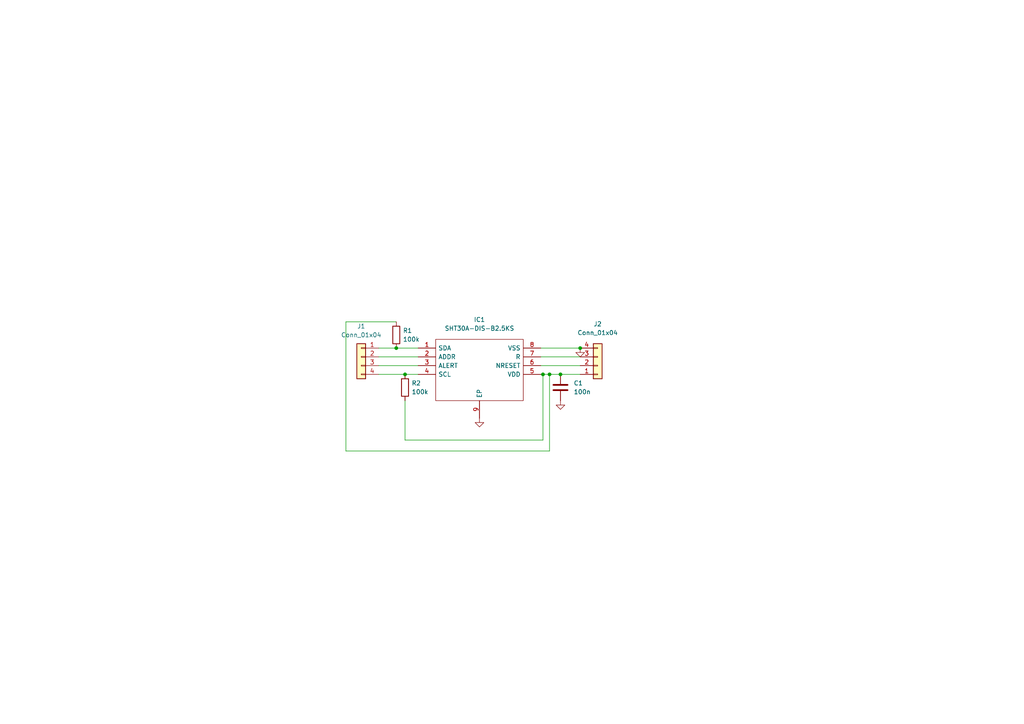
<source format=kicad_sch>
(kicad_sch (version 20211123) (generator eeschema)

  (uuid e59c6a83-46fa-4b5a-a5cf-42ec0be8e7aa)

  (paper "A4")

  (lib_symbols
    (symbol "Connector_Generic:Conn_01x04" (pin_names (offset 1.016) hide) (in_bom yes) (on_board yes)
      (property "Reference" "J" (id 0) (at 0 5.08 0)
        (effects (font (size 1.27 1.27)))
      )
      (property "Value" "Conn_01x04" (id 1) (at 0 -7.62 0)
        (effects (font (size 1.27 1.27)))
      )
      (property "Footprint" "" (id 2) (at 0 0 0)
        (effects (font (size 1.27 1.27)) hide)
      )
      (property "Datasheet" "~" (id 3) (at 0 0 0)
        (effects (font (size 1.27 1.27)) hide)
      )
      (property "ki_keywords" "connector" (id 4) (at 0 0 0)
        (effects (font (size 1.27 1.27)) hide)
      )
      (property "ki_description" "Generic connector, single row, 01x04, script generated (kicad-library-utils/schlib/autogen/connector/)" (id 5) (at 0 0 0)
        (effects (font (size 1.27 1.27)) hide)
      )
      (property "ki_fp_filters" "Connector*:*_1x??_*" (id 6) (at 0 0 0)
        (effects (font (size 1.27 1.27)) hide)
      )
      (symbol "Conn_01x04_1_1"
        (rectangle (start -1.27 -4.953) (end 0 -5.207)
          (stroke (width 0.1524) (type default) (color 0 0 0 0))
          (fill (type none))
        )
        (rectangle (start -1.27 -2.413) (end 0 -2.667)
          (stroke (width 0.1524) (type default) (color 0 0 0 0))
          (fill (type none))
        )
        (rectangle (start -1.27 0.127) (end 0 -0.127)
          (stroke (width 0.1524) (type default) (color 0 0 0 0))
          (fill (type none))
        )
        (rectangle (start -1.27 2.667) (end 0 2.413)
          (stroke (width 0.1524) (type default) (color 0 0 0 0))
          (fill (type none))
        )
        (rectangle (start -1.27 3.81) (end 1.27 -6.35)
          (stroke (width 0.254) (type default) (color 0 0 0 0))
          (fill (type background))
        )
        (pin passive line (at -5.08 2.54 0) (length 3.81)
          (name "Pin_1" (effects (font (size 1.27 1.27))))
          (number "1" (effects (font (size 1.27 1.27))))
        )
        (pin passive line (at -5.08 0 0) (length 3.81)
          (name "Pin_2" (effects (font (size 1.27 1.27))))
          (number "2" (effects (font (size 1.27 1.27))))
        )
        (pin passive line (at -5.08 -2.54 0) (length 3.81)
          (name "Pin_3" (effects (font (size 1.27 1.27))))
          (number "3" (effects (font (size 1.27 1.27))))
        )
        (pin passive line (at -5.08 -5.08 0) (length 3.81)
          (name "Pin_4" (effects (font (size 1.27 1.27))))
          (number "4" (effects (font (size 1.27 1.27))))
        )
      )
    )
    (symbol "Device:C" (pin_numbers hide) (pin_names (offset 0.254)) (in_bom yes) (on_board yes)
      (property "Reference" "C" (id 0) (at 0.635 2.54 0)
        (effects (font (size 1.27 1.27)) (justify left))
      )
      (property "Value" "C" (id 1) (at 0.635 -2.54 0)
        (effects (font (size 1.27 1.27)) (justify left))
      )
      (property "Footprint" "" (id 2) (at 0.9652 -3.81 0)
        (effects (font (size 1.27 1.27)) hide)
      )
      (property "Datasheet" "~" (id 3) (at 0 0 0)
        (effects (font (size 1.27 1.27)) hide)
      )
      (property "ki_keywords" "cap capacitor" (id 4) (at 0 0 0)
        (effects (font (size 1.27 1.27)) hide)
      )
      (property "ki_description" "Unpolarized capacitor" (id 5) (at 0 0 0)
        (effects (font (size 1.27 1.27)) hide)
      )
      (property "ki_fp_filters" "C_*" (id 6) (at 0 0 0)
        (effects (font (size 1.27 1.27)) hide)
      )
      (symbol "C_0_1"
        (polyline
          (pts
            (xy -2.032 -0.762)
            (xy 2.032 -0.762)
          )
          (stroke (width 0.508) (type default) (color 0 0 0 0))
          (fill (type none))
        )
        (polyline
          (pts
            (xy -2.032 0.762)
            (xy 2.032 0.762)
          )
          (stroke (width 0.508) (type default) (color 0 0 0 0))
          (fill (type none))
        )
      )
      (symbol "C_1_1"
        (pin passive line (at 0 3.81 270) (length 2.794)
          (name "~" (effects (font (size 1.27 1.27))))
          (number "1" (effects (font (size 1.27 1.27))))
        )
        (pin passive line (at 0 -3.81 90) (length 2.794)
          (name "~" (effects (font (size 1.27 1.27))))
          (number "2" (effects (font (size 1.27 1.27))))
        )
      )
    )
    (symbol "Device:R" (pin_numbers hide) (pin_names (offset 0)) (in_bom yes) (on_board yes)
      (property "Reference" "R" (id 0) (at 2.032 0 90)
        (effects (font (size 1.27 1.27)))
      )
      (property "Value" "R" (id 1) (at 0 0 90)
        (effects (font (size 1.27 1.27)))
      )
      (property "Footprint" "" (id 2) (at -1.778 0 90)
        (effects (font (size 1.27 1.27)) hide)
      )
      (property "Datasheet" "~" (id 3) (at 0 0 0)
        (effects (font (size 1.27 1.27)) hide)
      )
      (property "ki_keywords" "R res resistor" (id 4) (at 0 0 0)
        (effects (font (size 1.27 1.27)) hide)
      )
      (property "ki_description" "Resistor" (id 5) (at 0 0 0)
        (effects (font (size 1.27 1.27)) hide)
      )
      (property "ki_fp_filters" "R_*" (id 6) (at 0 0 0)
        (effects (font (size 1.27 1.27)) hide)
      )
      (symbol "R_0_1"
        (rectangle (start -1.016 -2.54) (end 1.016 2.54)
          (stroke (width 0.254) (type default) (color 0 0 0 0))
          (fill (type none))
        )
      )
      (symbol "R_1_1"
        (pin passive line (at 0 3.81 270) (length 1.27)
          (name "~" (effects (font (size 1.27 1.27))))
          (number "1" (effects (font (size 1.27 1.27))))
        )
        (pin passive line (at 0 -3.81 90) (length 1.27)
          (name "~" (effects (font (size 1.27 1.27))))
          (number "2" (effects (font (size 1.27 1.27))))
        )
      )
    )
    (symbol "SHT30A-DIS-B2.5KS:SHT30A-DIS-B2.5KS" (pin_names (offset 0.762)) (in_bom yes) (on_board yes)
      (property "Reference" "IC" (id 0) (at 31.75 7.62 0)
        (effects (font (size 1.27 1.27)) (justify left))
      )
      (property "Value" "SHT30A-DIS-B2.5KS" (id 1) (at 31.75 5.08 0)
        (effects (font (size 1.27 1.27)) (justify left))
      )
      (property "Footprint" "SON50P250X250X100-9N-D" (id 2) (at 31.75 2.54 0)
        (effects (font (size 1.27 1.27)) (justify left) hide)
      )
      (property "Datasheet" "https://sensirion.com/media/documents/68C84E66/61641CAE/Sensirion_Humidity_Sensors_SHT3xA_Datasheet.pdf" (id 3) (at 31.75 0 0)
        (effects (font (size 1.27 1.27)) (justify left) hide)
      )
      (property "Description" "Humidity/Temperature Sensor Digital Serial (I2C) Automotive 8-Pin DFN EP T/R" (id 4) (at 31.75 -2.54 0)
        (effects (font (size 1.27 1.27)) (justify left) hide)
      )
      (property "Height" "1" (id 5) (at 31.75 -5.08 0)
        (effects (font (size 1.27 1.27)) (justify left) hide)
      )
      (property "Manufacturer_Name" "Sensirion" (id 6) (at 31.75 -7.62 0)
        (effects (font (size 1.27 1.27)) (justify left) hide)
      )
      (property "Manufacturer_Part_Number" "SHT30A-DIS-B2.5KS" (id 7) (at 31.75 -10.16 0)
        (effects (font (size 1.27 1.27)) (justify left) hide)
      )
      (property "Mouser Part Number" "403-SHT30ADIS-B2.5KS" (id 8) (at 31.75 -12.7 0)
        (effects (font (size 1.27 1.27)) (justify left) hide)
      )
      (property "Mouser Price/Stock" "https://www.mouser.co.uk/ProductDetail/Sensirion/SHT30A-DIS-B2.5KS?qs=vHuUswq2%252BswKlkedscwYEA%3D%3D" (id 9) (at 31.75 -15.24 0)
        (effects (font (size 1.27 1.27)) (justify left) hide)
      )
      (property "Arrow Part Number" "" (id 10) (at 31.75 -17.78 0)
        (effects (font (size 1.27 1.27)) (justify left) hide)
      )
      (property "Arrow Price/Stock" "" (id 11) (at 31.75 -20.32 0)
        (effects (font (size 1.27 1.27)) (justify left) hide)
      )
      (property "Mouser Testing Part Number" "" (id 12) (at 31.75 -22.86 0)
        (effects (font (size 1.27 1.27)) (justify left) hide)
      )
      (property "Mouser Testing Price/Stock" "" (id 13) (at 31.75 -25.4 0)
        (effects (font (size 1.27 1.27)) (justify left) hide)
      )
      (property "ki_description" "Humidity/Temperature Sensor Digital Serial (I2C) Automotive 8-Pin DFN EP T/R" (id 14) (at 0 0 0)
        (effects (font (size 1.27 1.27)) hide)
      )
      (symbol "SHT30A-DIS-B2.5KS_0_0"
        (pin passive line (at 0 0 0) (length 5.08)
          (name "SDA" (effects (font (size 1.27 1.27))))
          (number "1" (effects (font (size 1.27 1.27))))
        )
        (pin passive line (at 0 -2.54 0) (length 5.08)
          (name "ADDR" (effects (font (size 1.27 1.27))))
          (number "2" (effects (font (size 1.27 1.27))))
        )
        (pin passive line (at 0 -5.08 0) (length 5.08)
          (name "ALERT" (effects (font (size 1.27 1.27))))
          (number "3" (effects (font (size 1.27 1.27))))
        )
        (pin passive line (at 0 -7.62 0) (length 5.08)
          (name "SCL" (effects (font (size 1.27 1.27))))
          (number "4" (effects (font (size 1.27 1.27))))
        )
        (pin passive line (at 35.56 -7.62 180) (length 5.08)
          (name "VDD" (effects (font (size 1.27 1.27))))
          (number "5" (effects (font (size 1.27 1.27))))
        )
        (pin passive line (at 35.56 -5.08 180) (length 5.08)
          (name "NRESET" (effects (font (size 1.27 1.27))))
          (number "6" (effects (font (size 1.27 1.27))))
        )
        (pin passive line (at 35.56 -2.54 180) (length 5.08)
          (name "R" (effects (font (size 1.27 1.27))))
          (number "7" (effects (font (size 1.27 1.27))))
        )
        (pin passive line (at 35.56 0 180) (length 5.08)
          (name "VSS" (effects (font (size 1.27 1.27))))
          (number "8" (effects (font (size 1.27 1.27))))
        )
        (pin passive line (at 17.78 -20.32 90) (length 5.08)
          (name "EP" (effects (font (size 1.27 1.27))))
          (number "9" (effects (font (size 1.27 1.27))))
        )
      )
      (symbol "SHT30A-DIS-B2.5KS_0_1"
        (polyline
          (pts
            (xy 5.08 2.54)
            (xy 30.48 2.54)
            (xy 30.48 -15.24)
            (xy 5.08 -15.24)
            (xy 5.08 2.54)
          )
          (stroke (width 0.1524) (type default) (color 0 0 0 0))
          (fill (type none))
        )
      )
    )
    (symbol "power:GND" (power) (pin_names (offset 0)) (in_bom yes) (on_board yes)
      (property "Reference" "#PWR" (id 0) (at 0 -6.35 0)
        (effects (font (size 1.27 1.27)) hide)
      )
      (property "Value" "GND" (id 1) (at 0 -3.81 0)
        (effects (font (size 1.27 1.27)))
      )
      (property "Footprint" "" (id 2) (at 0 0 0)
        (effects (font (size 1.27 1.27)) hide)
      )
      (property "Datasheet" "" (id 3) (at 0 0 0)
        (effects (font (size 1.27 1.27)) hide)
      )
      (property "ki_keywords" "power-flag" (id 4) (at 0 0 0)
        (effects (font (size 1.27 1.27)) hide)
      )
      (property "ki_description" "Power symbol creates a global label with name \"GND\" , ground" (id 5) (at 0 0 0)
        (effects (font (size 1.27 1.27)) hide)
      )
      (symbol "GND_0_1"
        (polyline
          (pts
            (xy 0 0)
            (xy 0 -1.27)
            (xy 1.27 -1.27)
            (xy 0 -2.54)
            (xy -1.27 -1.27)
            (xy 0 -1.27)
          )
          (stroke (width 0) (type default) (color 0 0 0 0))
          (fill (type none))
        )
      )
      (symbol "GND_1_1"
        (pin power_in line (at 0 0 270) (length 0) hide
          (name "GND" (effects (font (size 1.27 1.27))))
          (number "1" (effects (font (size 1.27 1.27))))
        )
      )
    )
  )


  (junction (at 117.475 108.585) (diameter 0) (color 0 0 0 0)
    (uuid 14ad47eb-bcf7-4da0-83fd-4b061df7b332)
  )
  (junction (at 114.935 100.965) (diameter 0) (color 0 0 0 0)
    (uuid 155ba716-8441-4c67-aa3a-62ffdae7a8de)
  )
  (junction (at 162.56 108.585) (diameter 0) (color 0 0 0 0)
    (uuid 38db88c8-18a0-4a92-9224-4e2d2fb67b5c)
  )
  (junction (at 168.275 100.965) (diameter 0) (color 0 0 0 0)
    (uuid 3d5a5d24-5c12-41a0-8aa0-d4c806a98ce1)
  )
  (junction (at 157.48 108.585) (diameter 0) (color 0 0 0 0)
    (uuid e830e34d-5510-4622-8c72-ff692d9ad615)
  )
  (junction (at 159.385 108.585) (diameter 0) (color 0 0 0 0)
    (uuid ee544543-f014-46ae-ad78-11b6e77d0f0b)
  )

  (wire (pts (xy 156.845 108.585) (xy 157.48 108.585))
    (stroke (width 0) (type default) (color 0 0 0 0))
    (uuid 12da0497-f0ef-4fb6-ba52-b9975362a2be)
  )
  (wire (pts (xy 100.33 93.345) (xy 100.33 130.81))
    (stroke (width 0) (type default) (color 0 0 0 0))
    (uuid 14be08e9-ac91-490d-9c09-29ed8a37e927)
  )
  (wire (pts (xy 162.56 108.585) (xy 168.275 108.585))
    (stroke (width 0) (type default) (color 0 0 0 0))
    (uuid 1847d97f-11ea-44e9-a49f-bcc8ccc350e8)
  )
  (wire (pts (xy 114.935 93.345) (xy 100.33 93.345))
    (stroke (width 0) (type default) (color 0 0 0 0))
    (uuid 435c911f-5e37-4649-b408-9b53293a7541)
  )
  (wire (pts (xy 157.48 108.585) (xy 157.48 127.635))
    (stroke (width 0) (type default) (color 0 0 0 0))
    (uuid 54caedb5-7d8b-424b-8cdd-9220f3235b10)
  )
  (wire (pts (xy 156.845 103.505) (xy 168.275 103.505))
    (stroke (width 0) (type default) (color 0 0 0 0))
    (uuid 61d25866-725f-483b-b3ae-927496e3ee16)
  )
  (wire (pts (xy 109.855 106.045) (xy 121.285 106.045))
    (stroke (width 0) (type default) (color 0 0 0 0))
    (uuid 67ddc6b1-1d23-4ba0-92ed-3aedb6911a06)
  )
  (wire (pts (xy 159.385 108.585) (xy 162.56 108.585))
    (stroke (width 0) (type default) (color 0 0 0 0))
    (uuid 7503cbea-41a5-42a3-be5c-edcf81db3dc6)
  )
  (wire (pts (xy 159.385 108.585) (xy 159.385 130.81))
    (stroke (width 0) (type default) (color 0 0 0 0))
    (uuid 883eeac7-ce42-46b1-9a37-a83042fbf638)
  )
  (wire (pts (xy 117.475 108.585) (xy 121.285 108.585))
    (stroke (width 0) (type default) (color 0 0 0 0))
    (uuid 8dc0bed9-f8ed-4c6b-985d-207d1f40ea69)
  )
  (wire (pts (xy 157.48 108.585) (xy 159.385 108.585))
    (stroke (width 0) (type default) (color 0 0 0 0))
    (uuid 98187c85-a86e-4af9-a68a-6ffc859d3c1a)
  )
  (wire (pts (xy 114.935 100.965) (xy 121.285 100.965))
    (stroke (width 0) (type default) (color 0 0 0 0))
    (uuid 9acb31cc-7ec3-4fdf-aa65-95a34a3dca87)
  )
  (wire (pts (xy 109.855 108.585) (xy 117.475 108.585))
    (stroke (width 0) (type default) (color 0 0 0 0))
    (uuid a9c06838-2b8c-4e98-be61-16ee0f87578f)
  )
  (wire (pts (xy 156.845 100.965) (xy 168.275 100.965))
    (stroke (width 0) (type default) (color 0 0 0 0))
    (uuid bb476037-ebb1-4f38-95ec-2fb0d70b65ec)
  )
  (wire (pts (xy 117.475 127.635) (xy 157.48 127.635))
    (stroke (width 0) (type default) (color 0 0 0 0))
    (uuid be27d658-336a-49e9-a1cf-a6ddfbd2cf61)
  )
  (wire (pts (xy 156.845 106.045) (xy 168.275 106.045))
    (stroke (width 0) (type default) (color 0 0 0 0))
    (uuid cdd65413-0743-4fc6-bb62-b9b52c19f1c8)
  )
  (wire (pts (xy 100.33 130.81) (xy 159.385 130.81))
    (stroke (width 0) (type default) (color 0 0 0 0))
    (uuid d7c5d7cf-d781-4655-9005-9a6814c6108e)
  )
  (wire (pts (xy 109.855 103.505) (xy 121.285 103.505))
    (stroke (width 0) (type default) (color 0 0 0 0))
    (uuid d8783ed9-444c-480e-9159-f898e3b636de)
  )
  (wire (pts (xy 117.475 116.205) (xy 117.475 127.635))
    (stroke (width 0) (type default) (color 0 0 0 0))
    (uuid dcf288df-be7e-4f7e-89c5-f51cbef24bc9)
  )
  (wire (pts (xy 109.855 100.965) (xy 114.935 100.965))
    (stroke (width 0) (type default) (color 0 0 0 0))
    (uuid efbd1fac-d30e-485e-9630-9a22e6376b30)
  )

  (symbol (lib_id "Connector_Generic:Conn_01x04") (at 173.355 106.045 0) (mirror x) (unit 1)
    (in_bom yes) (on_board yes) (fields_autoplaced)
    (uuid 50738008-0886-4d6e-90f8-ec0769c176dc)
    (property "Reference" "J2" (id 0) (at 173.355 93.98 0))
    (property "Value" "Conn_01x04" (id 1) (at 173.355 96.52 0))
    (property "Footprint" "Connector_PinHeader_2.54mm:PinHeader_1x04_P2.54mm_Vertical" (id 2) (at 173.355 106.045 0)
      (effects (font (size 1.27 1.27)) hide)
    )
    (property "Datasheet" "~" (id 3) (at 173.355 106.045 0)
      (effects (font (size 1.27 1.27)) hide)
    )
    (pin "1" (uuid 84786bb6-b0f1-47fb-a329-259e67079f2f))
    (pin "2" (uuid 0914c1b2-97f3-4243-a837-976c76e7da63))
    (pin "3" (uuid 93e6ec85-30e1-4520-a377-61681281e517))
    (pin "4" (uuid b53495d6-8dbd-402f-8e14-bedbc7661d02))
  )

  (symbol (lib_id "power:GND") (at 139.065 121.285 0) (unit 1)
    (in_bom yes) (on_board yes) (fields_autoplaced)
    (uuid 80c5b3ac-3e79-4f21-b0a8-0851e14ce907)
    (property "Reference" "#PWR0101" (id 0) (at 139.065 127.635 0)
      (effects (font (size 1.27 1.27)) hide)
    )
    (property "Value" "GND" (id 1) (at 139.065 125.73 0)
      (effects (font (size 1.27 1.27)) hide)
    )
    (property "Footprint" "" (id 2) (at 139.065 121.285 0)
      (effects (font (size 1.27 1.27)) hide)
    )
    (property "Datasheet" "" (id 3) (at 139.065 121.285 0)
      (effects (font (size 1.27 1.27)) hide)
    )
    (pin "1" (uuid e378115f-5d06-4521-b39d-c3c0bce6f285))
  )

  (symbol (lib_id "power:GND") (at 168.275 100.965 0) (unit 1)
    (in_bom yes) (on_board yes) (fields_autoplaced)
    (uuid 868a043a-b6a9-446c-aded-dea4e0c469a8)
    (property "Reference" "#PWR010" (id 0) (at 168.275 107.315 0)
      (effects (font (size 1.27 1.27)) hide)
    )
    (property "Value" "GND" (id 1) (at 168.275 105.41 0)
      (effects (font (size 1.27 1.27)) hide)
    )
    (property "Footprint" "" (id 2) (at 168.275 100.965 0)
      (effects (font (size 1.27 1.27)) hide)
    )
    (property "Datasheet" "" (id 3) (at 168.275 100.965 0)
      (effects (font (size 1.27 1.27)) hide)
    )
    (pin "1" (uuid 3b8b01e7-0f03-4527-a298-e0985766d6f4))
  )

  (symbol (lib_id "power:GND") (at 162.56 116.205 0) (unit 1)
    (in_bom yes) (on_board yes) (fields_autoplaced)
    (uuid 9b9ac369-c129-4f42-a569-c1010651b5e4)
    (property "Reference" "#PWR09" (id 0) (at 162.56 122.555 0)
      (effects (font (size 1.27 1.27)) hide)
    )
    (property "Value" "GND" (id 1) (at 162.56 120.65 0)
      (effects (font (size 1.27 1.27)) hide)
    )
    (property "Footprint" "" (id 2) (at 162.56 116.205 0)
      (effects (font (size 1.27 1.27)) hide)
    )
    (property "Datasheet" "" (id 3) (at 162.56 116.205 0)
      (effects (font (size 1.27 1.27)) hide)
    )
    (pin "1" (uuid 32b6d068-bbc7-4814-9337-f7eb56afc2dc))
  )

  (symbol (lib_id "Device:R") (at 117.475 112.395 0) (unit 1)
    (in_bom yes) (on_board yes) (fields_autoplaced)
    (uuid a4ebd72c-589a-4660-b238-a5b451c00eb1)
    (property "Reference" "R2" (id 0) (at 119.38 111.1249 0)
      (effects (font (size 1.27 1.27)) (justify left))
    )
    (property "Value" "100k" (id 1) (at 119.38 113.6649 0)
      (effects (font (size 1.27 1.27)) (justify left))
    )
    (property "Footprint" "Resistor_SMD:R_1206_3216Metric_Pad1.30x1.75mm_HandSolder" (id 2) (at 115.697 112.395 90)
      (effects (font (size 1.27 1.27)) hide)
    )
    (property "Datasheet" "~" (id 3) (at 117.475 112.395 0)
      (effects (font (size 1.27 1.27)) hide)
    )
    (pin "1" (uuid 8a3b50a9-2c7f-4622-b44c-d95fefcfb279))
    (pin "2" (uuid a5bb045b-e5bf-4962-a0f7-f1fecec5d407))
  )

  (symbol (lib_id "Device:R") (at 114.935 97.155 0) (unit 1)
    (in_bom yes) (on_board yes) (fields_autoplaced)
    (uuid ade3943f-b029-438b-93da-f2dd62cff2a6)
    (property "Reference" "R1" (id 0) (at 116.84 95.8849 0)
      (effects (font (size 1.27 1.27)) (justify left))
    )
    (property "Value" "100k" (id 1) (at 116.84 98.4249 0)
      (effects (font (size 1.27 1.27)) (justify left))
    )
    (property "Footprint" "Resistor_SMD:R_1206_3216Metric_Pad1.30x1.75mm_HandSolder" (id 2) (at 113.157 97.155 90)
      (effects (font (size 1.27 1.27)) hide)
    )
    (property "Datasheet" "~" (id 3) (at 114.935 97.155 0)
      (effects (font (size 1.27 1.27)) hide)
    )
    (pin "1" (uuid ed1aedf5-e12a-4eef-8918-28c209d455c3))
    (pin "2" (uuid 3429112e-ad9b-41a9-8953-46b41151e05c))
  )

  (symbol (lib_id "Device:C") (at 162.56 112.395 0) (unit 1)
    (in_bom yes) (on_board yes) (fields_autoplaced)
    (uuid b3cf18d0-d14f-4759-834b-dba6af249217)
    (property "Reference" "C1" (id 0) (at 166.37 111.1249 0)
      (effects (font (size 1.27 1.27)) (justify left))
    )
    (property "Value" "100n" (id 1) (at 166.37 113.6649 0)
      (effects (font (size 1.27 1.27)) (justify left))
    )
    (property "Footprint" "Capacitor_SMD:C_0805_2012Metric_Pad1.18x1.45mm_HandSolder" (id 2) (at 163.5252 116.205 0)
      (effects (font (size 1.27 1.27)) hide)
    )
    (property "Datasheet" "~" (id 3) (at 162.56 112.395 0)
      (effects (font (size 1.27 1.27)) hide)
    )
    (pin "1" (uuid 79b6420d-8d00-43d1-b4a4-bf1c52cf067f))
    (pin "2" (uuid ac1b9b59-f296-4c1a-b32c-0a9e89cb45af))
  )

  (symbol (lib_id "SHT30A-DIS-B2.5KS:SHT30A-DIS-B2.5KS") (at 121.285 100.965 0) (unit 1)
    (in_bom yes) (on_board yes) (fields_autoplaced)
    (uuid c221d2db-5401-483d-9041-830b973644e3)
    (property "Reference" "IC1" (id 0) (at 139.065 92.71 0))
    (property "Value" "SHT30A-DIS-B2.5KS" (id 1) (at 139.065 95.25 0))
    (property "Footprint" "SHT30A-DIS-B2:SON50P250X250X100-9N-D" (id 2) (at 153.035 98.425 0)
      (effects (font (size 1.27 1.27)) (justify left) hide)
    )
    (property "Datasheet" "https://sensirion.com/media/documents/68C84E66/61641CAE/Sensirion_Humidity_Sensors_SHT3xA_Datasheet.pdf" (id 3) (at 153.035 100.965 0)
      (effects (font (size 1.27 1.27)) (justify left) hide)
    )
    (property "Description" "Humidity/Temperature Sensor Digital Serial (I2C) Automotive 8-Pin DFN EP T/R" (id 4) (at 153.035 103.505 0)
      (effects (font (size 1.27 1.27)) (justify left) hide)
    )
    (property "Height" "1" (id 5) (at 153.035 106.045 0)
      (effects (font (size 1.27 1.27)) (justify left) hide)
    )
    (property "Manufacturer_Name" "Sensirion" (id 6) (at 153.035 108.585 0)
      (effects (font (size 1.27 1.27)) (justify left) hide)
    )
    (property "Manufacturer_Part_Number" "SHT30A-DIS-B2.5KS" (id 7) (at 153.035 111.125 0)
      (effects (font (size 1.27 1.27)) (justify left) hide)
    )
    (property "Mouser Part Number" "403-SHT30ADIS-B2.5KS" (id 8) (at 153.035 113.665 0)
      (effects (font (size 1.27 1.27)) (justify left) hide)
    )
    (property "Mouser Price/Stock" "https://www.mouser.co.uk/ProductDetail/Sensirion/SHT30A-DIS-B2.5KS?qs=vHuUswq2%252BswKlkedscwYEA%3D%3D" (id 9) (at 153.035 116.205 0)
      (effects (font (size 1.27 1.27)) (justify left) hide)
    )
    (property "Arrow Part Number" "" (id 10) (at 153.035 118.745 0)
      (effects (font (size 1.27 1.27)) (justify left) hide)
    )
    (property "Arrow Price/Stock" "" (id 11) (at 153.035 121.285 0)
      (effects (font (size 1.27 1.27)) (justify left) hide)
    )
    (property "Mouser Testing Part Number" "" (id 12) (at 153.035 123.825 0)
      (effects (font (size 1.27 1.27)) (justify left) hide)
    )
    (property "Mouser Testing Price/Stock" "" (id 13) (at 153.035 126.365 0)
      (effects (font (size 1.27 1.27)) (justify left) hide)
    )
    (pin "1" (uuid 4b8c8dd3-65cb-46b1-80b7-e81dbe4398dd))
    (pin "2" (uuid 5df78f17-7c4c-4a47-b18c-a55097214a80))
    (pin "3" (uuid 5c5206f1-e030-45d1-9bdc-4c5249fd7fe1))
    (pin "4" (uuid 500d21c9-40f7-4bda-8425-29032eaa8ea9))
    (pin "5" (uuid de240d99-486d-45cf-8bce-24b30a5e5de7))
    (pin "6" (uuid 5de4175a-368e-45ce-b487-be5bde45a138))
    (pin "7" (uuid 3ff71b56-7ab6-4cd1-ba36-d54243b9410b))
    (pin "8" (uuid 3a5a4ea6-9b83-4b57-bd6b-017a5d2f9b47))
    (pin "9" (uuid a387b47f-16c8-46e5-83d3-8f57f9f5f931))
  )

  (symbol (lib_id "Connector_Generic:Conn_01x04") (at 104.775 103.505 0) (mirror y) (unit 1)
    (in_bom yes) (on_board yes) (fields_autoplaced)
    (uuid ea78c905-91f9-4381-ad60-80fee90bd78f)
    (property "Reference" "J1" (id 0) (at 104.775 94.615 0))
    (property "Value" "Conn_01x04" (id 1) (at 104.775 97.155 0))
    (property "Footprint" "Connector_PinHeader_2.54mm:PinHeader_1x04_P2.54mm_Vertical" (id 2) (at 104.775 103.505 0)
      (effects (font (size 1.27 1.27)) hide)
    )
    (property "Datasheet" "~" (id 3) (at 104.775 103.505 0)
      (effects (font (size 1.27 1.27)) hide)
    )
    (pin "1" (uuid 3508f68d-0627-48c2-b8b6-616c088b10ce))
    (pin "2" (uuid fb82c6da-7e2c-47f2-b956-72cd6bb5da59))
    (pin "3" (uuid f0fb003f-dea2-431c-9259-5b87c6dbcf4e))
    (pin "4" (uuid 39d4f5e0-bce5-4a31-84f2-f847ea14de44))
  )

  (sheet_instances
    (path "/" (page "1"))
  )

  (symbol_instances
    (path "/9b9ac369-c129-4f42-a569-c1010651b5e4"
      (reference "#PWR09") (unit 1) (value "GND") (footprint "")
    )
    (path "/868a043a-b6a9-446c-aded-dea4e0c469a8"
      (reference "#PWR010") (unit 1) (value "GND") (footprint "")
    )
    (path "/80c5b3ac-3e79-4f21-b0a8-0851e14ce907"
      (reference "#PWR0101") (unit 1) (value "GND") (footprint "")
    )
    (path "/b3cf18d0-d14f-4759-834b-dba6af249217"
      (reference "C1") (unit 1) (value "100n") (footprint "Capacitor_SMD:C_0805_2012Metric_Pad1.18x1.45mm_HandSolder")
    )
    (path "/c221d2db-5401-483d-9041-830b973644e3"
      (reference "IC1") (unit 1) (value "SHT30A-DIS-B2.5KS") (footprint "SHT30A-DIS-B2:SON50P250X250X100-9N-D")
    )
    (path "/ea78c905-91f9-4381-ad60-80fee90bd78f"
      (reference "J1") (unit 1) (value "Conn_01x04") (footprint "Connector_PinHeader_2.54mm:PinHeader_1x04_P2.54mm_Vertical")
    )
    (path "/50738008-0886-4d6e-90f8-ec0769c176dc"
      (reference "J2") (unit 1) (value "Conn_01x04") (footprint "Connector_PinHeader_2.54mm:PinHeader_1x04_P2.54mm_Vertical")
    )
    (path "/ade3943f-b029-438b-93da-f2dd62cff2a6"
      (reference "R1") (unit 1) (value "100k") (footprint "Resistor_SMD:R_1206_3216Metric_Pad1.30x1.75mm_HandSolder")
    )
    (path "/a4ebd72c-589a-4660-b238-a5b451c00eb1"
      (reference "R2") (unit 1) (value "100k") (footprint "Resistor_SMD:R_1206_3216Metric_Pad1.30x1.75mm_HandSolder")
    )
  )
)

</source>
